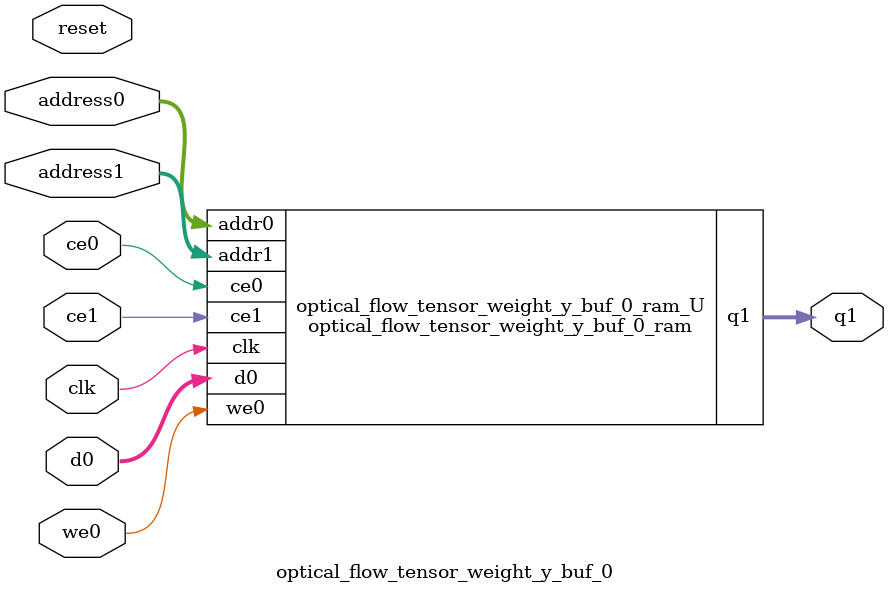
<source format=v>
`timescale 1 ns / 1 ps
module optical_flow_tensor_weight_y_buf_0_ram (addr0, ce0, d0, we0, addr1, ce1, q1,  clk);

parameter DWIDTH = 576;
parameter AWIDTH = 8;
parameter MEM_SIZE = 256;

input[AWIDTH-1:0] addr0;
input ce0;
input[DWIDTH-1:0] d0;
input we0;
input[AWIDTH-1:0] addr1;
input ce1;
output reg[DWIDTH-1:0] q1;
input clk;

reg [DWIDTH-1:0] ram[0:MEM_SIZE-1];




always @(posedge clk)  
begin 
    if (ce0) begin
        if (we0) 
            ram[addr0] <= d0; 
    end
end


always @(posedge clk)  
begin 
    if (ce1) begin
        q1 <= ram[addr1];
    end
end


endmodule

`timescale 1 ns / 1 ps
module optical_flow_tensor_weight_y_buf_0(
    reset,
    clk,
    address0,
    ce0,
    we0,
    d0,
    address1,
    ce1,
    q1);

parameter DataWidth = 32'd576;
parameter AddressRange = 32'd256;
parameter AddressWidth = 32'd8;
input reset;
input clk;
input[AddressWidth - 1:0] address0;
input ce0;
input we0;
input[DataWidth - 1:0] d0;
input[AddressWidth - 1:0] address1;
input ce1;
output[DataWidth - 1:0] q1;



optical_flow_tensor_weight_y_buf_0_ram optical_flow_tensor_weight_y_buf_0_ram_U(
    .clk( clk ),
    .addr0( address0 ),
    .ce0( ce0 ),
    .we0( we0 ),
    .d0( d0 ),
    .addr1( address1 ),
    .ce1( ce1 ),
    .q1( q1 ));

endmodule


</source>
